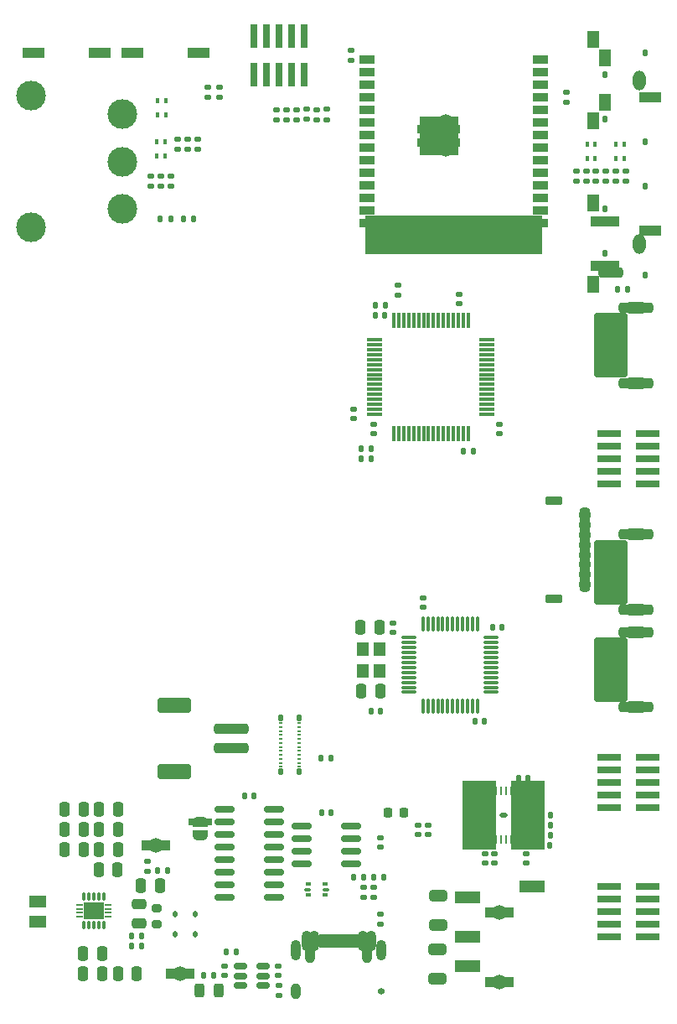
<source format=gbr>
%TF.GenerationSoftware,KiCad,Pcbnew,8.0.9*%
<<<<<<< HEAD
%TF.CreationDate,2025-05-06T07:17:22-07:00*%
=======
%TF.CreationDate,2025-05-02T13:50:10-07:00*%
>>>>>>> main
%TF.ProjectId,EV12 Board Design,45563132-2042-46f6-9172-642044657369,EV12*%
%TF.SameCoordinates,Original*%
%TF.FileFunction,Soldermask,Top*%
%TF.FilePolarity,Negative*%
%FSLAX46Y46*%
G04 Gerber Fmt 4.6, Leading zero omitted, Abs format (unit mm)*
<<<<<<< HEAD
G04 Created by KiCad (PCBNEW 8.0.9) date 2025-05-06 07:17:22*
=======
G04 Created by KiCad (PCBNEW 8.0.9) date 2025-05-02 13:50:10*
>>>>>>> main
%MOMM*%
%LPD*%
G01*
G04 APERTURE LIST*
G04 Aperture macros list*
%AMRoundRect*
0 Rectangle with rounded corners*
0 $1 Rounding radius*
0 $2 $3 $4 $5 $6 $7 $8 $9 X,Y pos of 4 corners*
0 Add a 4 corners polygon primitive as box body*
4,1,4,$2,$3,$4,$5,$6,$7,$8,$9,$2,$3,0*
0 Add four circle primitives for the rounded corners*
1,1,$1+$1,$2,$3*
1,1,$1+$1,$4,$5*
1,1,$1+$1,$6,$7*
1,1,$1+$1,$8,$9*
0 Add four rect primitives between the rounded corners*
20,1,$1+$1,$2,$3,$4,$5,0*
20,1,$1+$1,$4,$5,$6,$7,0*
20,1,$1+$1,$6,$7,$8,$9,0*
20,1,$1+$1,$8,$9,$2,$3,0*%
%AMFreePoly0*
4,1,19,0.500000,-0.750000,0.000000,-0.750000,0.000000,-0.744911,-0.071157,-0.744911,-0.207708,-0.704816,-0.327430,-0.627875,-0.420627,-0.520320,-0.479746,-0.390866,-0.500000,-0.250000,-0.500000,0.250000,-0.479746,0.390866,-0.420627,0.520320,-0.327430,0.627875,-0.207708,0.704816,-0.071157,0.744911,0.000000,0.744911,0.000000,0.750000,0.500000,0.750000,0.500000,-0.750000,0.500000,-0.750000,
$1*%
%AMFreePoly1*
4,1,19,0.000000,0.744911,0.071157,0.744911,0.207708,0.704816,0.327430,0.627875,0.420627,0.520320,0.479746,0.390866,0.500000,0.250000,0.500000,-0.250000,0.479746,-0.390866,0.420627,-0.520320,0.327430,-0.627875,0.207708,-0.704816,0.071157,-0.744911,0.000000,-0.744911,0.000000,-0.750000,-0.500000,-0.750000,-0.500000,0.750000,0.000000,0.750000,0.000000,0.744911,0.000000,0.744911,
$1*%
G04 Aperture macros list end*
<<<<<<< HEAD
%ADD10C,1.500000*%
%ADD11RoundRect,0.250000X0.250000X0.475000X-0.250000X0.475000X-0.250000X-0.475000X0.250000X-0.475000X0*%
%ADD12RoundRect,0.140000X-0.170000X0.140000X-0.170000X-0.140000X0.170000X-0.140000X0.170000X0.140000X0*%
%ADD13RoundRect,0.135000X0.185000X-0.135000X0.185000X0.135000X-0.185000X0.135000X-0.185000X-0.135000X0*%
%ADD14RoundRect,0.250000X-0.475000X0.250000X-0.475000X-0.250000X0.475000X-0.250000X0.475000X0.250000X0*%
%ADD15RoundRect,0.140000X0.170000X-0.140000X0.170000X0.140000X-0.170000X0.140000X-0.170000X-0.140000X0*%
%ADD16RoundRect,0.250000X-0.250000X-0.475000X0.250000X-0.475000X0.250000X0.475000X-0.250000X0.475000X0*%
%ADD17RoundRect,0.135000X0.135000X0.185000X-0.135000X0.185000X-0.135000X-0.185000X0.135000X-0.185000X0*%
%ADD18RoundRect,0.140000X0.140000X0.170000X-0.140000X0.170000X-0.140000X-0.170000X0.140000X-0.170000X0*%
%ADD19RoundRect,0.150000X-0.475000X0.150000X-0.475000X-0.150000X0.475000X-0.150000X0.475000X0.150000X0*%
%ADD20RoundRect,0.225000X-0.625000X0.225000X-0.625000X-0.225000X0.625000X-0.225000X0.625000X0.225000X0*%
%ADD21R,0.400000X0.410000*%
%ADD22R,0.400000X0.200000*%
%ADD23RoundRect,0.075000X0.700000X0.075000X-0.700000X0.075000X-0.700000X-0.075000X0.700000X-0.075000X0*%
%ADD24RoundRect,0.075000X0.075000X0.700000X-0.075000X0.700000X-0.075000X-0.700000X0.075000X-0.700000X0*%
%ADD25R,0.750000X2.400000*%
%ADD26RoundRect,0.250000X-1.500000X0.250000X-1.500000X-0.250000X1.500000X-0.250000X1.500000X0.250000X0*%
%ADD27RoundRect,0.250001X-1.449999X0.499999X-1.449999X-0.499999X1.449999X-0.499999X1.449999X0.499999X0*%
%ADD28RoundRect,0.243750X0.243750X0.456250X-0.243750X0.456250X-0.243750X-0.456250X0.243750X-0.456250X0*%
%ADD29RoundRect,0.150000X-0.625000X0.150000X-0.625000X-0.150000X0.625000X-0.150000X0.625000X0.150000X0*%
%ADD30RoundRect,0.250000X-0.650000X0.350000X-0.650000X-0.350000X0.650000X-0.350000X0.650000X0.350000X0*%
%ADD31RoundRect,0.218750X-0.218750X-0.256250X0.218750X-0.256250X0.218750X0.256250X-0.218750X0.256250X0*%
%ADD32RoundRect,0.150000X-0.512500X-0.150000X0.512500X-0.150000X0.512500X0.150000X-0.512500X0.150000X0*%
%ADD33R,2.400000X0.750000*%
%ADD34RoundRect,0.135000X-0.185000X0.135000X-0.185000X-0.135000X0.185000X-0.135000X0.185000X0.135000X0*%
%ADD35FreePoly0,90.000000*%
%ADD36FreePoly1,90.000000*%
%ADD37RoundRect,0.135000X-0.135000X-0.185000X0.135000X-0.185000X0.135000X0.185000X-0.135000X0.185000X0*%
%ADD38RoundRect,0.140000X-0.140000X-0.170000X0.140000X-0.170000X0.140000X0.170000X-0.140000X0.170000X0*%
%ADD39R,2.160000X1.120000*%
%ADD40R,4.500000X1.400000*%
%ADD41R,1.600000X3.000000*%
%ADD42O,1.400000X3.000000*%
%ADD43R,0.400000X0.600000*%
%ADD44RoundRect,0.250000X0.650000X-0.325000X0.650000X0.325000X-0.650000X0.325000X-0.650000X-0.325000X0*%
%ADD45RoundRect,0.112500X-0.112500X0.187500X-0.112500X-0.187500X0.112500X-0.187500X0.112500X0.187500X0*%
%ADD46RoundRect,0.062500X0.375000X0.062500X-0.375000X0.062500X-0.375000X-0.062500X0.375000X-0.062500X0*%
%ADD47RoundRect,0.062500X0.062500X0.375000X-0.062500X0.375000X-0.062500X-0.375000X0.062500X-0.375000X0*%
%ADD48R,3.450000X3.450000*%
=======
%ADD10R,3.000000X1.000000*%
%ADD11R,1.300000X1.800000*%
%ADD12O,1.300000X2.000000*%
%ADD13C,1.500000*%
%ADD14RoundRect,0.250000X0.250000X0.475000X-0.250000X0.475000X-0.250000X-0.475000X0.250000X-0.475000X0*%
%ADD15RoundRect,0.140000X-0.170000X0.140000X-0.170000X-0.140000X0.170000X-0.140000X0.170000X0.140000X0*%
%ADD16RoundRect,0.135000X0.185000X-0.135000X0.185000X0.135000X-0.185000X0.135000X-0.185000X-0.135000X0*%
%ADD17RoundRect,0.250000X-0.475000X0.250000X-0.475000X-0.250000X0.475000X-0.250000X0.475000X0.250000X0*%
%ADD18RoundRect,0.140000X0.170000X-0.140000X0.170000X0.140000X-0.170000X0.140000X-0.170000X-0.140000X0*%
%ADD19RoundRect,0.250000X-0.250000X-0.475000X0.250000X-0.475000X0.250000X0.475000X-0.250000X0.475000X0*%
%ADD20RoundRect,0.135000X0.135000X0.185000X-0.135000X0.185000X-0.135000X-0.185000X0.135000X-0.185000X0*%
%ADD21RoundRect,0.140000X0.140000X0.170000X-0.140000X0.170000X-0.140000X-0.170000X0.140000X-0.170000X0*%
%ADD22RoundRect,0.225000X-0.625000X0.225000X-0.625000X-0.225000X0.625000X-0.225000X0.625000X0.225000X0*%
%ADD23RoundRect,0.150000X-0.475000X0.150000X-0.475000X-0.150000X0.475000X-0.150000X0.475000X0.150000X0*%
%ADD24R,0.400000X0.410000*%
%ADD25R,0.400000X0.200000*%
%ADD26RoundRect,0.075000X0.700000X0.075000X-0.700000X0.075000X-0.700000X-0.075000X0.700000X-0.075000X0*%
%ADD27RoundRect,0.075000X0.075000X0.700000X-0.075000X0.700000X-0.075000X-0.700000X0.075000X-0.700000X0*%
%ADD28R,0.750000X2.400000*%
%ADD29RoundRect,0.250001X-1.449999X0.499999X-1.449999X-0.499999X1.449999X-0.499999X1.449999X0.499999X0*%
%ADD30RoundRect,0.250000X-1.500000X0.250000X-1.500000X-0.250000X1.500000X-0.250000X1.500000X0.250000X0*%
%ADD31RoundRect,0.243750X0.243750X0.456250X-0.243750X0.456250X-0.243750X-0.456250X0.243750X-0.456250X0*%
%ADD32RoundRect,0.250000X-0.650000X0.350000X-0.650000X-0.350000X0.650000X-0.350000X0.650000X0.350000X0*%
%ADD33RoundRect,0.150000X-0.625000X0.150000X-0.625000X-0.150000X0.625000X-0.150000X0.625000X0.150000X0*%
%ADD34RoundRect,0.218750X-0.218750X-0.256250X0.218750X-0.256250X0.218750X0.256250X-0.218750X0.256250X0*%
%ADD35RoundRect,0.150000X-0.512500X-0.150000X0.512500X-0.150000X0.512500X0.150000X-0.512500X0.150000X0*%
%ADD36R,2.400000X0.750000*%
%ADD37RoundRect,0.135000X-0.185000X0.135000X-0.185000X-0.135000X0.185000X-0.135000X0.185000X0.135000X0*%
%ADD38FreePoly0,90.000000*%
%ADD39FreePoly1,90.000000*%
%ADD40RoundRect,0.135000X-0.135000X-0.185000X0.135000X-0.185000X0.135000X0.185000X-0.135000X0.185000X0*%
%ADD41RoundRect,0.140000X-0.140000X-0.170000X0.140000X-0.170000X0.140000X0.170000X-0.140000X0.170000X0*%
%ADD42R,2.160000X1.120000*%
%ADD43R,0.400000X0.600000*%
%ADD44RoundRect,0.250000X0.650000X-0.325000X0.650000X0.325000X-0.650000X0.325000X-0.650000X-0.325000X0*%
%ADD45RoundRect,0.112500X-0.112500X0.187500X-0.112500X-0.187500X0.112500X-0.187500X0.112500X0.187500X0*%
%ADD46R,3.450000X3.450000*%
%ADD47RoundRect,0.062500X0.062500X0.375000X-0.062500X0.375000X-0.062500X-0.375000X0.062500X-0.375000X0*%
%ADD48RoundRect,0.062500X0.375000X0.062500X-0.375000X0.062500X-0.375000X-0.062500X0.375000X-0.062500X0*%
>>>>>>> main
%ADD49RoundRect,0.150000X-0.825000X-0.150000X0.825000X-0.150000X0.825000X0.150000X-0.825000X0.150000X0*%
%ADD50C,3.000000*%
%ADD51R,2.500000X1.200000*%
%ADD52R,1.800000X1.200000*%
<<<<<<< HEAD
%ADD53R,1.500000X0.900000*%
%ADD54R,0.900000X1.500000*%
%ADD55C,0.600000*%
%ADD56R,3.900000X3.900000*%
%ADD57RoundRect,0.200000X-0.275000X0.200000X-0.275000X-0.200000X0.275000X-0.200000X0.275000X0.200000X0*%
%ADD58C,0.650000*%
%ADD59R,0.600000X1.450000*%
%ADD60R,0.300000X1.450000*%
%ADD61O,1.000000X2.100000*%
%ADD62O,1.000000X1.600000*%
=======
%ADD53C,0.600000*%
%ADD54R,3.900000X3.900000*%
%ADD55R,1.500000X0.900000*%
%ADD56R,0.900000X1.500000*%
%ADD57RoundRect,0.200000X-0.275000X0.200000X-0.275000X-0.200000X0.275000X-0.200000X0.275000X0.200000X0*%
%ADD58O,1.000000X1.600000*%
%ADD59O,1.000000X2.100000*%
%ADD60R,0.600000X1.450000*%
%ADD61R,0.300000X1.450000*%
%ADD62C,0.650000*%
>>>>>>> main
%ADD63RoundRect,0.075000X-0.662500X-0.075000X0.662500X-0.075000X0.662500X0.075000X-0.662500X0.075000X0*%
%ADD64RoundRect,0.075000X-0.075000X-0.662500X0.075000X-0.662500X0.075000X0.662500X-0.075000X0.662500X0*%
%ADD65RoundRect,0.093750X-0.156250X-0.093750X0.156250X-0.093750X0.156250X0.093750X-0.156250X0.093750X0*%
%ADD66RoundRect,0.075000X-0.250000X-0.075000X0.250000X-0.075000X0.250000X0.075000X-0.250000X0.075000X0*%
%ADD67R,0.280000X0.280000*%
%ADD68O,0.280000X0.850000*%
%ADD69R,0.600000X0.230000*%
%ADD70R,0.700000X0.250000*%
%ADD71R,0.900000X0.650000*%
%ADD72R,2.150000X1.700000*%
%ADD73R,1.200000X1.400000*%
G04 APERTURE END LIST*
D10*
<<<<<<< HEAD
%TO.C,TP1*%
X128510000Y-129290000D03*
%TD*%
D11*
=======
%TO.C,SW2*%
X173910000Y-54340000D03*
X173910000Y-49840000D03*
D11*
X172760000Y-56190000D03*
D12*
X177360000Y-52090000D03*
D11*
X172760000Y-47990000D03*
%TD*%
D10*
%TO.C,SW1*%
X173910000Y-70840000D03*
X173910000Y-66340000D03*
D11*
X172760000Y-72690000D03*
D12*
X177360000Y-68590000D03*
D11*
X172760000Y-64490000D03*
%TD*%
D13*
%TO.C,TP1*%
X128510000Y-129290000D03*
%TD*%
D14*
>>>>>>> main
%TO.C,C45*%
X121230000Y-125690000D03*
X119330000Y-125690000D03*
%TD*%
<<<<<<< HEAD
D12*
=======
D15*
>>>>>>> main
%TO.C,C13*%
X150510000Y-86790000D03*
X150510000Y-87750000D03*
%TD*%
<<<<<<< HEAD
D13*
=======
D16*
>>>>>>> main
%TO.C,R40*%
X141760000Y-56060000D03*
X141760000Y-55040000D03*
%TD*%
<<<<<<< HEAD
D12*
=======
D15*
>>>>>>> main
%TO.C,C1*%
X151260000Y-136310000D03*
X151260000Y-137270000D03*
%TD*%
<<<<<<< HEAD
D14*
=======
D17*
>>>>>>> main
%TO.C,C40*%
X126810000Y-135260000D03*
X126810000Y-137160000D03*
%TD*%
<<<<<<< HEAD
D13*
=======
D16*
>>>>>>> main
%TO.C,R41*%
X142760000Y-56060000D03*
X142760000Y-55040000D03*
%TD*%
<<<<<<< HEAD
D15*
=======
D18*
>>>>>>> main
%TO.C,C19*%
X148510000Y-86270000D03*
X148510000Y-85310000D03*
%TD*%
<<<<<<< HEAD
D16*
=======
D19*
>>>>>>> main
%TO.C,C39*%
X124680000Y-142280000D03*
X126580000Y-142280000D03*
%TD*%
<<<<<<< HEAD
D13*
=======
D16*
>>>>>>> main
%TO.C,R37*%
X144760000Y-56060000D03*
X144760000Y-55040000D03*
%TD*%
<<<<<<< HEAD
D17*
=======
D20*
>>>>>>> main
%TO.C,R1*%
X127100000Y-139480000D03*
X126080000Y-139480000D03*
%TD*%
<<<<<<< HEAD
D11*
=======
D14*
>>>>>>> main
%TO.C,C38*%
X123070000Y-142290000D03*
X121170000Y-142290000D03*
%TD*%
<<<<<<< HEAD
D17*
=======
D20*
>>>>>>> main
%TO.C,R20*%
X129730000Y-131880000D03*
X128710000Y-131880000D03*
%TD*%
<<<<<<< HEAD
D16*
=======
D19*
>>>>>>> main
%TO.C,C42*%
X122750000Y-131780000D03*
X124650000Y-131780000D03*
%TD*%
<<<<<<< HEAD
D18*
=======
D21*
>>>>>>> main
%TO.C,C14*%
X151712428Y-74800773D03*
X150752428Y-74800773D03*
%TD*%
<<<<<<< HEAD
D11*
=======
D14*
>>>>>>> main
%TO.C,C4*%
X151095000Y-107327500D03*
X149195000Y-107327500D03*
%TD*%
<<<<<<< HEAD
D12*
=======
D15*
>>>>>>> main
%TO.C,C3*%
X161760000Y-130160000D03*
X161760000Y-131120000D03*
%TD*%
<<<<<<< HEAD
D13*
=======
D16*
>>>>>>> main
%TO.C,R5*%
X153010000Y-73790000D03*
X153010000Y-72770000D03*
%TD*%
%TO.C,R10*%
X134976205Y-53822585D03*
X134976205Y-52802585D03*
%TD*%
<<<<<<< HEAD
D17*
=======
D20*
>>>>>>> main
%TO.C,R35*%
X132307668Y-66040000D03*
X131287668Y-66040000D03*
%TD*%
<<<<<<< HEAD
D10*
%TO.C,TP2*%
X131010000Y-142290000D03*
%TD*%
D19*
%TO.C,J10*%
X171885000Y-95990000D03*
X171885000Y-96990000D03*
X171885000Y-97990000D03*
X171885000Y-98990000D03*
X171885000Y-99990000D03*
X171885000Y-100990000D03*
X171885000Y-101990000D03*
X171885000Y-102990000D03*
D20*
X168760000Y-94540000D03*
X168760000Y-104440000D03*
%TD*%
D21*
%TO.C,U13*%
X141130000Y-121895000D03*
D22*
=======
D13*
%TO.C,TP2*%
X131010000Y-142290000D03*
%TD*%
D22*
%TO.C,J10*%
X168760000Y-104440000D03*
X168760000Y-94540000D03*
D23*
X171885000Y-102990000D03*
X171885000Y-101990000D03*
X171885000Y-100990000D03*
X171885000Y-99990000D03*
X171885000Y-98990000D03*
X171885000Y-97990000D03*
X171885000Y-96990000D03*
X171885000Y-95990000D03*
%TD*%
D24*
%TO.C,U13*%
X141130000Y-121895000D03*
D25*
>>>>>>> main
X141130000Y-121390000D03*
X141130000Y-120990000D03*
X141130000Y-120587924D03*
X141130000Y-120190000D03*
X141130000Y-119790000D03*
X141130000Y-119390000D03*
X141130000Y-118990000D03*
X141130000Y-118590000D03*
X141130000Y-118190000D03*
X141130000Y-117790000D03*
X141130000Y-117390000D03*
X141130000Y-116990000D03*
<<<<<<< HEAD
D21*
X141130000Y-116485000D03*
X143010000Y-116485000D03*
D22*
=======
D24*
X141130000Y-116485000D03*
X143010000Y-116485000D03*
D25*
>>>>>>> main
X143010000Y-116990000D03*
X143010000Y-117390000D03*
X143010000Y-117790000D03*
X143010000Y-118190000D03*
X143010000Y-118590000D03*
X143010000Y-118990000D03*
X143010000Y-119390000D03*
X143010000Y-119790000D03*
X143010000Y-120190000D03*
X143010000Y-120587924D03*
X143010000Y-120990000D03*
X143010000Y-121390000D03*
<<<<<<< HEAD
D21*
X143010000Y-121895000D03*
%TD*%
D23*
=======
D24*
X143010000Y-121895000D03*
%TD*%
D26*
>>>>>>> main
%TO.C,U1*%
X162010000Y-85790000D03*
X162010000Y-85290000D03*
X162010000Y-84790000D03*
X162010000Y-84290000D03*
X162010000Y-83790000D03*
X162010000Y-83290000D03*
X162010000Y-82790000D03*
X162010000Y-82290000D03*
X162010000Y-81790000D03*
X162010000Y-81290000D03*
X162010000Y-80790000D03*
X162010000Y-80290000D03*
X162010000Y-79790000D03*
X162010000Y-79290000D03*
X162010000Y-78790000D03*
X162010000Y-78290000D03*
<<<<<<< HEAD
D24*
=======
D27*
>>>>>>> main
X160085000Y-76365000D03*
X159585000Y-76365000D03*
X159085000Y-76365000D03*
X158585000Y-76365000D03*
X158085000Y-76365000D03*
X157585000Y-76365000D03*
X157085000Y-76365000D03*
X156585000Y-76365000D03*
X156085000Y-76365000D03*
X155585000Y-76365000D03*
X155085000Y-76365000D03*
X154585000Y-76365000D03*
X154085000Y-76365000D03*
X153585000Y-76365000D03*
X153085000Y-76365000D03*
X152585000Y-76365000D03*
<<<<<<< HEAD
D23*
=======
D26*
>>>>>>> main
X150660000Y-78290000D03*
X150660000Y-78790000D03*
X150660000Y-79290000D03*
X150660000Y-79790000D03*
X150660000Y-80290000D03*
X150660000Y-80790000D03*
X150660000Y-81290000D03*
X150660000Y-81790000D03*
X150660000Y-82290000D03*
X150660000Y-82790000D03*
X150660000Y-83290000D03*
X150660000Y-83790000D03*
X150660000Y-84290000D03*
X150660000Y-84790000D03*
X150660000Y-85290000D03*
X150660000Y-85790000D03*
<<<<<<< HEAD
D24*
=======
D27*
>>>>>>> main
X152585000Y-87715000D03*
X153085000Y-87715000D03*
X153585000Y-87715000D03*
X154085000Y-87715000D03*
X154585000Y-87715000D03*
X155085000Y-87715000D03*
X155585000Y-87715000D03*
X156085000Y-87715000D03*
X156585000Y-87715000D03*
X157085000Y-87715000D03*
X157585000Y-87715000D03*
X158085000Y-87715000D03*
X158585000Y-87715000D03*
X159085000Y-87715000D03*
X159585000Y-87715000D03*
X160085000Y-87715000D03*
%TD*%
<<<<<<< HEAD
D17*
=======
D20*
>>>>>>> main
%TO.C,R33*%
X151520000Y-132540000D03*
X150500000Y-132540000D03*
%TD*%
<<<<<<< HEAD
D25*
=======
D28*
>>>>>>> main
%TO.C,CN7*%
X138470000Y-51490000D03*
X138470000Y-47590000D03*
X139740000Y-51490000D03*
X139740000Y-47590000D03*
X141010000Y-51490000D03*
X141010000Y-47590000D03*
X142280000Y-51490000D03*
X142280000Y-47590000D03*
X143550000Y-51490000D03*
X143550000Y-47590000D03*
%TD*%
<<<<<<< HEAD
D12*
=======
D15*
>>>>>>> main
%TO.C,C16*%
X167510000Y-123080000D03*
X167510000Y-124040000D03*
%TD*%
<<<<<<< HEAD
D26*
%TO.C,J1*%
X136110000Y-117540000D03*
X136110000Y-119540000D03*
D27*
X130360000Y-115190000D03*
X130360000Y-121890000D03*
%TD*%
D28*
=======
D29*
%TO.C,J1*%
X130360000Y-121890000D03*
X130360000Y-115190000D03*
D30*
X136110000Y-119540000D03*
X136110000Y-117540000D03*
%TD*%
D31*
>>>>>>> main
%TO.C,D1*%
X134846401Y-143951263D03*
X132971401Y-143951263D03*
%TD*%
<<<<<<< HEAD
D16*
=======
D19*
>>>>>>> main
%TO.C,C48*%
X122790000Y-127710000D03*
X124690000Y-127710000D03*
%TD*%
<<<<<<< HEAD
D29*
%TO.C,CN3*%
X174485000Y-109090000D03*
X174485000Y-110090000D03*
X174485000Y-111090000D03*
X174485000Y-112090000D03*
X174485000Y-113090000D03*
X174485000Y-114090000D03*
D30*
X177010000Y-107790000D03*
X177010000Y-115390000D03*
%TD*%
D31*
=======
D32*
%TO.C,CN3*%
X177010000Y-115390000D03*
X177010000Y-107790000D03*
D33*
X174485000Y-114090000D03*
X174485000Y-113090000D03*
X174485000Y-112090000D03*
X174485000Y-111090000D03*
X174485000Y-110090000D03*
X174485000Y-109090000D03*
%TD*%
D34*
>>>>>>> main
%TO.C,L2*%
X152010000Y-126040000D03*
X153585000Y-126040000D03*
%TD*%
<<<<<<< HEAD
D32*
=======
D35*
>>>>>>> main
%TO.C,U2*%
X137078901Y-141551263D03*
X137078901Y-142501263D03*
X137078901Y-143451263D03*
X139353901Y-143451263D03*
X139353901Y-142501263D03*
X139353901Y-141551263D03*
%TD*%
<<<<<<< HEAD
D17*
=======
D20*
>>>>>>> main
%TO.C,R22*%
X136638744Y-140052812D03*
X135618744Y-140052812D03*
%TD*%
<<<<<<< HEAD
D12*
=======
D15*
>>>>>>> main
%TO.C,C56*%
X163260000Y-86830000D03*
X163260000Y-87790000D03*
%TD*%
<<<<<<< HEAD
D13*
=======
D16*
>>>>>>> main
%TO.C,R17*%
X172010000Y-62300000D03*
X172010000Y-61280000D03*
%TD*%
<<<<<<< HEAD
D33*
=======
D36*
>>>>>>> main
%TO.C,CN6*%
X178260000Y-125540000D03*
X174360000Y-125540000D03*
X178260000Y-124270000D03*
X174360000Y-124270000D03*
X178260000Y-123000000D03*
X174360000Y-123000000D03*
X178260000Y-121730000D03*
X174360000Y-121730000D03*
X178260000Y-120460000D03*
X174360000Y-120460000D03*
%TD*%
<<<<<<< HEAD
D34*
=======
D37*
>>>>>>> main
%TO.C,R13*%
X132757326Y-58013156D03*
X132757326Y-59033156D03*
%TD*%
<<<<<<< HEAD
D13*
=======
D16*
>>>>>>> main
%TO.C,R19*%
X127683690Y-131929153D03*
X127683690Y-130909153D03*
%TD*%
<<<<<<< HEAD
D12*
=======
D15*
>>>>>>> main
%TO.C,C21*%
X140923996Y-141497327D03*
X140923996Y-142457327D03*
%TD*%
<<<<<<< HEAD
D17*
=======
D20*
>>>>>>> main
%TO.C,R30*%
X146260000Y-120540000D03*
X145240000Y-120540000D03*
%TD*%
<<<<<<< HEAD
D34*
=======
D37*
>>>>>>> main
%TO.C,R4*%
X148260000Y-49030000D03*
X148260000Y-50050000D03*
%TD*%
<<<<<<< HEAD
D13*
=======
D16*
>>>>>>> main
%TO.C,R39*%
X140760000Y-56060000D03*
X140760000Y-55040000D03*
%TD*%
<<<<<<< HEAD
D33*
=======
D36*
>>>>>>> main
%TO.C,CN5*%
X178260000Y-138580000D03*
X174360000Y-138580000D03*
X178260000Y-137310000D03*
X174360000Y-137310000D03*
X178260000Y-136040000D03*
X174360000Y-136040000D03*
X178260000Y-134770000D03*
X174360000Y-134770000D03*
X178260000Y-133500000D03*
X174360000Y-133500000D03*
%TD*%
<<<<<<< HEAD
D35*
%TO.C,JP3*%
X133010000Y-128290000D03*
D36*
X133010000Y-126990000D03*
%TD*%
D37*
=======
D38*
%TO.C,JP3*%
X133010000Y-128290000D03*
D39*
X133010000Y-126990000D03*
%TD*%
D40*
>>>>>>> main
%TO.C,R31*%
X148490000Y-132540000D03*
X149510000Y-132540000D03*
%TD*%
<<<<<<< HEAD
D12*
=======
D15*
>>>>>>> main
%TO.C,C8*%
X156010000Y-127290000D03*
X156010000Y-128250000D03*
%TD*%
<<<<<<< HEAD
D16*
=======
D19*
>>>>>>> main
%TO.C,C46*%
X122780000Y-125680000D03*
X124680000Y-125680000D03*
%TD*%
<<<<<<< HEAD
D17*
=======
D20*
>>>>>>> main
%TO.C,R27*%
X134353901Y-142464222D03*
X133333901Y-142464222D03*
%TD*%
<<<<<<< HEAD
D34*
=======
D37*
>>>>>>> main
%TO.C,R12*%
X128013933Y-61769493D03*
X128013933Y-62789493D03*
%TD*%
%TO.C,R11*%
X129010000Y-61770000D03*
X129010000Y-62790000D03*
%TD*%
<<<<<<< HEAD
D38*
=======
D41*
>>>>>>> main
%TO.C,C17*%
X150708244Y-75798099D03*
X151668244Y-75798099D03*
%TD*%
<<<<<<< HEAD
D39*
=======
D42*
>>>>>>> main
%TO.C,SW5*%
X126145000Y-49290000D03*
X132875000Y-49290000D03*
%TD*%
<<<<<<< HEAD
D40*
%TO.C,SW3*%
X173930000Y-56030000D03*
X173930000Y-51530000D03*
D41*
X178010000Y-49290000D03*
X178010000Y-58290000D03*
D42*
X178510000Y-53780000D03*
%TD*%
D34*
=======
D37*
>>>>>>> main
%TO.C,R6*%
X130010891Y-61765114D03*
X130010891Y-62785114D03*
%TD*%
D43*
%TO.C,D5*%
X172130133Y-59948014D03*
X172130133Y-58548014D03*
X172930133Y-58548014D03*
X172930133Y-59948014D03*
%TD*%
<<<<<<< HEAD
D13*
=======
D16*
>>>>>>> main
%TO.C,R29*%
X170010000Y-54290000D03*
X170010000Y-53270000D03*
%TD*%
%TO.C,R16*%
X173010000Y-62290000D03*
X173010000Y-61270000D03*
%TD*%
D44*
%TO.C,C29*%
X157010000Y-142765000D03*
X157010000Y-139815000D03*
%TD*%
<<<<<<< HEAD
D37*
=======
D40*
>>>>>>> main
%TO.C,R21*%
X126070000Y-138490000D03*
X127090000Y-138490000D03*
%TD*%
D45*
%TO.C,D2*%
X130510000Y-136240000D03*
X130510000Y-138340000D03*
%TD*%
<<<<<<< HEAD
D12*
=======
D15*
>>>>>>> main
%TO.C,C10*%
X151260000Y-128540000D03*
X151260000Y-129500000D03*
%TD*%
<<<<<<< HEAD
D13*
=======
D16*
>>>>>>> main
%TO.C,R25*%
X175010000Y-62290000D03*
X175010000Y-61270000D03*
%TD*%
%TO.C,R38*%
X145760000Y-56050000D03*
X145760000Y-55030000D03*
%TD*%
<<<<<<< HEAD
D15*
=======
D18*
>>>>>>> main
%TO.C,C36*%
X133760000Y-53770000D03*
X133760000Y-52810000D03*
%TD*%
<<<<<<< HEAD
D38*
=======
D41*
>>>>>>> main
%TO.C,C20*%
X145280000Y-126040000D03*
X146240000Y-126040000D03*
%TD*%
<<<<<<< HEAD
D18*
=======
D21*
>>>>>>> main
%TO.C,C35*%
X151260000Y-115790000D03*
X150300000Y-115790000D03*
%TD*%
%TO.C,C12*%
X160596702Y-89573525D03*
X159636702Y-89573525D03*
%TD*%
<<<<<<< HEAD
D13*
=======
D16*
>>>>>>> main
%TO.C,R18*%
X171010000Y-62290000D03*
X171010000Y-61270000D03*
%TD*%
<<<<<<< HEAD
D38*
=======
D41*
>>>>>>> main
%TO.C,C25*%
X160744411Y-116836126D03*
X161704411Y-116836126D03*
%TD*%
<<<<<<< HEAD
D37*
=======
D40*
>>>>>>> main
%TO.C,R32*%
X153990000Y-69290000D03*
X155010000Y-69290000D03*
%TD*%
D43*
%TO.C,D4*%
X128710000Y-55540000D03*
X128710000Y-54140000D03*
X129510000Y-54140000D03*
X129510000Y-55540000D03*
%TD*%
<<<<<<< HEAD
D18*
=======
D21*
>>>>>>> main
%TO.C,C15*%
X166107500Y-122540000D03*
X165147500Y-122540000D03*
%TD*%
<<<<<<< HEAD
D33*
=======
D36*
>>>>>>> main
%TO.C,CN2*%
X178260000Y-92870000D03*
X174360000Y-92870000D03*
X178260000Y-91600000D03*
X174360000Y-91600000D03*
X178260000Y-90330000D03*
X174360000Y-90330000D03*
X178260000Y-89060000D03*
X174360000Y-89060000D03*
X178260000Y-87790000D03*
X174360000Y-87790000D03*
%TD*%
<<<<<<< HEAD
D34*
=======
D37*
>>>>>>> main
%TO.C,R15*%
X130765095Y-58021837D03*
X130765095Y-59041837D03*
%TD*%
D46*
%TO.C,U6*%
<<<<<<< HEAD
X166085000Y-128040000D03*
X166085000Y-127540000D03*
X166085000Y-127040000D03*
X166085000Y-126540000D03*
X166085000Y-126040000D03*
X166085000Y-125540000D03*
X166085000Y-125040000D03*
X166085000Y-124540000D03*
D47*
X165397500Y-123852500D03*
X164897500Y-123852500D03*
X164397500Y-123852500D03*
X163897500Y-123852500D03*
X163397500Y-123852500D03*
X162897500Y-123852500D03*
X162397500Y-123852500D03*
X161897500Y-123852500D03*
D46*
X161210000Y-124540000D03*
X161210000Y-125040000D03*
X161210000Y-125540000D03*
X161210000Y-126040000D03*
X161210000Y-126540000D03*
X161210000Y-127040000D03*
X161210000Y-127540000D03*
X161210000Y-128040000D03*
D47*
X161897500Y-128727500D03*
X162397500Y-128727500D03*
X162897500Y-128727500D03*
X163397500Y-128727500D03*
X163897500Y-128727500D03*
X164397500Y-128727500D03*
X164897500Y-128727500D03*
X165397500Y-128727500D03*
D48*
X163647500Y-126290000D03*
%TD*%
D16*
=======
X163647500Y-126290000D03*
D47*
X165397500Y-128727500D03*
X164897500Y-128727500D03*
X164397500Y-128727500D03*
X163897500Y-128727500D03*
X163397500Y-128727500D03*
X162897500Y-128727500D03*
X162397500Y-128727500D03*
X161897500Y-128727500D03*
D48*
X161210000Y-128040000D03*
X161210000Y-127540000D03*
X161210000Y-127040000D03*
X161210000Y-126540000D03*
X161210000Y-126040000D03*
X161210000Y-125540000D03*
X161210000Y-125040000D03*
X161210000Y-124540000D03*
D47*
X161897500Y-123852500D03*
X162397500Y-123852500D03*
X162897500Y-123852500D03*
X163397500Y-123852500D03*
X163897500Y-123852500D03*
X164397500Y-123852500D03*
X164897500Y-123852500D03*
X165397500Y-123852500D03*
D48*
X166085000Y-124540000D03*
X166085000Y-125040000D03*
X166085000Y-125540000D03*
X166085000Y-126040000D03*
X166085000Y-126540000D03*
X166085000Y-127040000D03*
X166085000Y-127540000D03*
X166085000Y-128040000D03*
%TD*%
D19*
>>>>>>> main
%TO.C,C23*%
X149310000Y-113777500D03*
X151210000Y-113777500D03*
%TD*%
<<<<<<< HEAD
D17*
=======
D20*
>>>>>>> main
%TO.C,R9*%
X168407500Y-128290000D03*
X167387500Y-128290000D03*
%TD*%
<<<<<<< HEAD
D34*
=======
D37*
>>>>>>> main
%TO.C,R14*%
X131760000Y-58020000D03*
X131760000Y-59040000D03*
%TD*%
D44*
%TO.C,C30*%
X157024831Y-137397413D03*
X157024831Y-134447413D03*
%TD*%
<<<<<<< HEAD
D39*
=======
D42*
>>>>>>> main
%TO.C,SW4*%
X116145000Y-49290000D03*
X122875000Y-49290000D03*
%TD*%
<<<<<<< HEAD
D17*
%TO.C,R28*%
X175010000Y-71540000D03*
X173990000Y-71540000D03*
=======
D20*
%TO.C,R28*%
X176210000Y-73190000D03*
X175190000Y-73190000D03*
>>>>>>> main
%TD*%
D45*
%TO.C,D6*%
X132510000Y-136240000D03*
X132510000Y-138340000D03*
%TD*%
D49*
%TO.C,U3*%
X135510000Y-125710000D03*
X135510000Y-126980000D03*
X135510000Y-128250000D03*
X135510000Y-129520000D03*
X135510000Y-130790000D03*
X135510000Y-132060000D03*
X135510000Y-133330000D03*
X135510000Y-134600000D03*
X140460000Y-134600000D03*
X140460000Y-133330000D03*
X140460000Y-132060000D03*
X140460000Y-130790000D03*
X140460000Y-129520000D03*
X140460000Y-128250000D03*
X140460000Y-126980000D03*
X140460000Y-125710000D03*
%TD*%
<<<<<<< HEAD
D13*
=======
D16*
>>>>>>> main
%TO.C,R23*%
X176010000Y-62290000D03*
X176010000Y-61270000D03*
%TD*%
%TO.C,R3*%
X149510000Y-134550000D03*
X149510000Y-133530000D03*
%TD*%
<<<<<<< HEAD
D29*
%TO.C,J3*%
X174485000Y-76340000D03*
X174485000Y-77340000D03*
X174485000Y-78340000D03*
X174485000Y-79340000D03*
X174485000Y-80340000D03*
X174485000Y-81340000D03*
D30*
X177010000Y-75040000D03*
X177010000Y-82640000D03*
%TD*%
D38*
=======
D32*
%TO.C,J3*%
X177010000Y-82640000D03*
X177010000Y-75040000D03*
D33*
X174485000Y-81340000D03*
X174485000Y-80340000D03*
X174485000Y-79340000D03*
X174485000Y-78340000D03*
X174485000Y-77340000D03*
X174485000Y-76340000D03*
%TD*%
D41*
>>>>>>> main
%TO.C,C34*%
X162545000Y-107320000D03*
X163505000Y-107320000D03*
%TD*%
D50*
%TO.C,SW6*%
<<<<<<< HEAD
X125110000Y-65090000D03*
X125110000Y-60290000D03*
X125110000Y-55490000D03*
X115910000Y-53640000D03*
X115910000Y-66940000D03*
%TD*%
D29*
%TO.C,CN4*%
X174485000Y-99240000D03*
X174485000Y-100240000D03*
X174485000Y-101240000D03*
X174485000Y-102240000D03*
X174485000Y-103240000D03*
X174485000Y-104240000D03*
D30*
X177010000Y-97940000D03*
X177010000Y-105540000D03*
%TD*%
D10*
%TO.C,J2*%
X163260000Y-143140000D03*
X163260000Y-136140000D03*
D51*
X160010000Y-138540000D03*
X160010000Y-141540000D03*
X166510000Y-133440000D03*
X160010000Y-134540000D03*
=======
X115910000Y-66940000D03*
X115910000Y-53640000D03*
X125110000Y-55490000D03*
X125110000Y-60290000D03*
X125110000Y-65090000D03*
%TD*%
D32*
%TO.C,CN4*%
X177010000Y-105540000D03*
X177010000Y-97940000D03*
D33*
X174485000Y-104240000D03*
X174485000Y-103240000D03*
X174485000Y-102240000D03*
X174485000Y-101240000D03*
X174485000Y-100240000D03*
X174485000Y-99240000D03*
%TD*%
D51*
%TO.C,J2*%
X160010000Y-134540000D03*
X166510000Y-133440000D03*
X160010000Y-141540000D03*
X160010000Y-138540000D03*
D13*
X163260000Y-136140000D03*
X163260000Y-143140000D03*
>>>>>>> main
%TD*%
D52*
%TO.C,L1*%
X116575327Y-137000688D03*
X116575327Y-135000688D03*
%TD*%
<<<<<<< HEAD
D13*
=======
D16*
>>>>>>> main
%TO.C,R36*%
X143760000Y-56040000D03*
X143760000Y-55020000D03*
%TD*%
D43*
%TO.C,D7*%
X175041816Y-59984632D03*
X175041816Y-58584632D03*
X175841816Y-58584632D03*
X175841816Y-59984632D03*
%TD*%
<<<<<<< HEAD
D38*
=======
D41*
>>>>>>> main
%TO.C,C18*%
X167417500Y-127290000D03*
X168377500Y-127290000D03*
%TD*%
<<<<<<< HEAD
D37*
=======
D40*
>>>>>>> main
%TO.C,R8*%
X149240000Y-90290000D03*
X150260000Y-90290000D03*
%TD*%
D43*
%TO.C,D3*%
X128653691Y-59703820D03*
X128653691Y-58303820D03*
X129453691Y-58303820D03*
X129453691Y-59703820D03*
%TD*%
<<<<<<< HEAD
D15*
=======
D18*
>>>>>>> main
%TO.C,C2*%
X135471401Y-142451263D03*
X135471401Y-141491263D03*
%TD*%
%TO.C,C6*%
X160010000Y-127000000D03*
X160010000Y-126040000D03*
%TD*%
<<<<<<< HEAD
D17*
=======
D20*
>>>>>>> main
%TO.C,R34*%
X130010000Y-66040000D03*
X128990000Y-66040000D03*
%TD*%
<<<<<<< HEAD
D37*
=======
D40*
>>>>>>> main
%TO.C,R7*%
X149240000Y-89290000D03*
X150260000Y-89290000D03*
%TD*%
<<<<<<< HEAD
D16*
=======
D19*
>>>>>>> main
%TO.C,C41*%
X127040000Y-133430000D03*
X128940000Y-133430000D03*
%TD*%
D53*
%TO.C,U11*%
<<<<<<< HEAD
X149860000Y-49970000D03*
X149860000Y-51240000D03*
X149860000Y-52510000D03*
X149860000Y-53780000D03*
X149860000Y-55050000D03*
X149860000Y-56320000D03*
X149860000Y-57590000D03*
X149860000Y-58860000D03*
X149860000Y-60130000D03*
X149860000Y-61400000D03*
X149860000Y-62670000D03*
X149860000Y-63940000D03*
X149860000Y-65210000D03*
X149860000Y-66480000D03*
D54*
X151625000Y-67730000D03*
X152895000Y-67730000D03*
X154165000Y-67730000D03*
X155435000Y-67730000D03*
X156705000Y-67730000D03*
X157975000Y-67730000D03*
X159245000Y-67730000D03*
X160515000Y-67730000D03*
X161785000Y-67730000D03*
X163055000Y-67730000D03*
X164325000Y-67730000D03*
X165595000Y-67730000D03*
D53*
X167360000Y-66480000D03*
X167360000Y-65210000D03*
X167360000Y-63940000D03*
X167360000Y-62670000D03*
X167360000Y-61400000D03*
X167360000Y-60130000D03*
X167360000Y-58860000D03*
X167360000Y-57590000D03*
X167360000Y-56320000D03*
X167360000Y-55050000D03*
X167360000Y-53780000D03*
X167360000Y-52510000D03*
X167360000Y-51240000D03*
X167360000Y-49970000D03*
D55*
X155710000Y-56990000D03*
X155710000Y-58390000D03*
X156410000Y-56290000D03*
X156410000Y-57690000D03*
X156410000Y-59090000D03*
X157110000Y-56990000D03*
D56*
X157110000Y-57690000D03*
D55*
X157110000Y-58390000D03*
X157810000Y-56290000D03*
X157810000Y-57690000D03*
X157810000Y-59090000D03*
X158510000Y-56990000D03*
X158510000Y-58390000D03*
%TD*%
D13*
=======
X158510000Y-58390000D03*
X158510000Y-56990000D03*
X157810000Y-59090000D03*
X157810000Y-57690000D03*
X157810000Y-56290000D03*
X157110000Y-58390000D03*
D54*
X157110000Y-57690000D03*
D53*
X157110000Y-56990000D03*
X156410000Y-59090000D03*
X156410000Y-57690000D03*
X156410000Y-56290000D03*
X155710000Y-58390000D03*
X155710000Y-56990000D03*
D55*
X167360000Y-49970000D03*
X167360000Y-51240000D03*
X167360000Y-52510000D03*
X167360000Y-53780000D03*
X167360000Y-55050000D03*
X167360000Y-56320000D03*
X167360000Y-57590000D03*
X167360000Y-58860000D03*
X167360000Y-60130000D03*
X167360000Y-61400000D03*
X167360000Y-62670000D03*
X167360000Y-63940000D03*
X167360000Y-65210000D03*
X167360000Y-66480000D03*
D56*
X165595000Y-67730000D03*
X164325000Y-67730000D03*
X163055000Y-67730000D03*
X161785000Y-67730000D03*
X160515000Y-67730000D03*
X159245000Y-67730000D03*
X157975000Y-67730000D03*
X156705000Y-67730000D03*
X155435000Y-67730000D03*
X154165000Y-67730000D03*
X152895000Y-67730000D03*
X151625000Y-67730000D03*
D55*
X149860000Y-66480000D03*
X149860000Y-65210000D03*
X149860000Y-63940000D03*
X149860000Y-62670000D03*
X149860000Y-61400000D03*
X149860000Y-60130000D03*
X149860000Y-58860000D03*
X149860000Y-57590000D03*
X149860000Y-56320000D03*
X149860000Y-55050000D03*
X149860000Y-53780000D03*
X149860000Y-52510000D03*
X149860000Y-51240000D03*
X149860000Y-49970000D03*
%TD*%
D16*
>>>>>>> main
%TO.C,R26*%
X140971401Y-144451263D03*
X140971401Y-143431263D03*
%TD*%
<<<<<<< HEAD
D15*
=======
D18*
>>>>>>> main
%TO.C,C7*%
X165950000Y-131120000D03*
X165950000Y-130160000D03*
%TD*%
<<<<<<< HEAD
D18*
=======
D21*
>>>>>>> main
%TO.C,C32*%
X138470000Y-124290000D03*
X137510000Y-124290000D03*
%TD*%
<<<<<<< HEAD
D12*
=======
D15*
>>>>>>> main
%TO.C,C31*%
X162760000Y-130160000D03*
X162760000Y-131120000D03*
%TD*%
<<<<<<< HEAD
D11*
=======
D14*
>>>>>>> main
%TO.C,C43*%
X121210000Y-129750000D03*
X119310000Y-129750000D03*
%TD*%
<<<<<<< HEAD
D12*
=======
D15*
>>>>>>> main
%TO.C,C9*%
X155010000Y-127290000D03*
X155010000Y-128250000D03*
%TD*%
%TO.C,C24*%
X152514750Y-106878126D03*
X152514750Y-107838126D03*
%TD*%
D57*
%TO.C,R42*%
X128606346Y-135640000D03*
X128606346Y-137290000D03*
%TD*%
<<<<<<< HEAD
D38*
=======
D41*
>>>>>>> main
%TO.C,C5*%
X167437500Y-126290000D03*
X168397500Y-126290000D03*
%TD*%
D58*
%TO.C,J9*%
<<<<<<< HEAD
X144110000Y-140446000D03*
X149890000Y-140446000D03*
D59*
X143750000Y-139001000D03*
X144550000Y-139001000D03*
D60*
X145750000Y-139001000D03*
X146750000Y-139001000D03*
X147250000Y-139001000D03*
X148250000Y-139001000D03*
D59*
X149450000Y-139001000D03*
X150250000Y-139001000D03*
X150250000Y-139001000D03*
X149450000Y-139001000D03*
D60*
X148750000Y-139001000D03*
X147750000Y-139001000D03*
X146250000Y-139001000D03*
X145250000Y-139001000D03*
D59*
X144550000Y-139001000D03*
X143750000Y-139001000D03*
D61*
X142680000Y-139916000D03*
D62*
X142680000Y-144096000D03*
D61*
X151320000Y-139916000D03*
D62*
X151320000Y-144096000D03*
%TD*%
D15*
=======
X151320000Y-144096000D03*
D59*
X151320000Y-139916000D03*
D58*
X142680000Y-144096000D03*
D59*
X142680000Y-139916000D03*
D60*
X143750000Y-139001000D03*
X144550000Y-139001000D03*
D61*
X145250000Y-139001000D03*
X146250000Y-139001000D03*
X147750000Y-139001000D03*
X148750000Y-139001000D03*
D60*
X149450000Y-139001000D03*
X150250000Y-139001000D03*
X150250000Y-139001000D03*
X149450000Y-139001000D03*
D61*
X148250000Y-139001000D03*
X147250000Y-139001000D03*
X146750000Y-139001000D03*
X145750000Y-139001000D03*
D60*
X144550000Y-139001000D03*
X143750000Y-139001000D03*
D62*
X149890000Y-140446000D03*
X144110000Y-140446000D03*
%TD*%
D18*
>>>>>>> main
%TO.C,C11*%
X159155877Y-74643435D03*
X159155877Y-73683435D03*
%TD*%
D63*
%TO.C,U8*%
X154108633Y-108367932D03*
X154108633Y-108867932D03*
X154108633Y-109367932D03*
X154108633Y-109867932D03*
X154108633Y-110367932D03*
X154108633Y-110867932D03*
X154108633Y-111367932D03*
X154108633Y-111867932D03*
X154108633Y-112367932D03*
X154108633Y-112867932D03*
X154108633Y-113367932D03*
X154108633Y-113867932D03*
D64*
X155521133Y-115280432D03*
X156021133Y-115280432D03*
X156521133Y-115280432D03*
X157021133Y-115280432D03*
X157521133Y-115280432D03*
X158021133Y-115280432D03*
X158521133Y-115280432D03*
X159021133Y-115280432D03*
X159521133Y-115280432D03*
X160021133Y-115280432D03*
X160521133Y-115280432D03*
X161021133Y-115280432D03*
D63*
X162433633Y-113867932D03*
X162433633Y-113367932D03*
X162433633Y-112867932D03*
X162433633Y-112367932D03*
X162433633Y-111867932D03*
X162433633Y-111367932D03*
X162433633Y-110867932D03*
X162433633Y-110367932D03*
X162433633Y-109867932D03*
X162433633Y-109367932D03*
X162433633Y-108867932D03*
X162433633Y-108367932D03*
D64*
X161021133Y-106955432D03*
X160521133Y-106955432D03*
X160021133Y-106955432D03*
X159521133Y-106955432D03*
X159021133Y-106955432D03*
X158521133Y-106955432D03*
X158021133Y-106955432D03*
X157521133Y-106955432D03*
X157021133Y-106955432D03*
X156521133Y-106955432D03*
X156021133Y-106955432D03*
X155521133Y-106955432D03*
%TD*%
D65*
%TO.C,U4*%
X143910000Y-133252500D03*
D66*
X143835000Y-133790000D03*
D65*
X143910000Y-134327500D03*
X145610000Y-134327500D03*
D66*
X145685000Y-133790000D03*
D65*
X145610000Y-133252500D03*
%TD*%
<<<<<<< HEAD
D11*
=======
D14*
>>>>>>> main
%TO.C,C37*%
X123090000Y-140260000D03*
X121190000Y-140260000D03*
%TD*%
<<<<<<< HEAD
D38*
=======
D41*
>>>>>>> main
%TO.C,C28*%
X167397500Y-129290000D03*
X168357500Y-129290000D03*
%TD*%
D67*
%TO.C,U7*%
X121270000Y-137690000D03*
D68*
X121270000Y-137405000D03*
D67*
X121770000Y-137690000D03*
D68*
X121770000Y-137405000D03*
D67*
X122270000Y-137690000D03*
D68*
X122270000Y-137405000D03*
D67*
X122770000Y-137690000D03*
D68*
X122770000Y-137405000D03*
D67*
X123270000Y-137690000D03*
D68*
X123270000Y-137405000D03*
X123270000Y-134455000D03*
D67*
X123270000Y-134170000D03*
D68*
X122770000Y-134455000D03*
D67*
X122770000Y-134170000D03*
D68*
X122270000Y-134455000D03*
D67*
X122270000Y-134170000D03*
D68*
X121770000Y-134455000D03*
D67*
X121770000Y-134170000D03*
D68*
X121270000Y-134455000D03*
D67*
X121270000Y-134170000D03*
D69*
X120845000Y-136530000D03*
D70*
X120845000Y-136530000D03*
D69*
X123695000Y-136530000D03*
D70*
X123695000Y-136530000D03*
<<<<<<< HEAD
D55*
=======
D53*
>>>>>>> main
X121770000Y-136430000D03*
X122770000Y-136430000D03*
D71*
X121710000Y-136365000D03*
X122830000Y-136365000D03*
D69*
X120845000Y-136130000D03*
D70*
X120845000Y-136130000D03*
D69*
X123695000Y-136130000D03*
D70*
X123695000Y-136130000D03*
<<<<<<< HEAD
D55*
=======
D53*
>>>>>>> main
X122270000Y-135930000D03*
D72*
X122270000Y-135930000D03*
D69*
X120845000Y-135730000D03*
D70*
X120845000Y-135730000D03*
D69*
X123695000Y-135730000D03*
D70*
X123695000Y-135730000D03*
D71*
X121710000Y-135495000D03*
X122830000Y-135495000D03*
<<<<<<< HEAD
D55*
=======
D53*
>>>>>>> main
X121770000Y-135430000D03*
X122770000Y-135430000D03*
D69*
X120845000Y-135330000D03*
D70*
X120845000Y-135330000D03*
D69*
X123695000Y-135330000D03*
D70*
X123695000Y-135330000D03*
%TD*%
<<<<<<< HEAD
D16*
=======
D19*
>>>>>>> main
%TO.C,C47*%
X122780000Y-129740000D03*
X124680000Y-129740000D03*
%TD*%
<<<<<<< HEAD
D40*
%TO.C,SW1*%
X173930000Y-69530000D03*
X173930000Y-65030000D03*
D41*
X178010000Y-62790000D03*
X178010000Y-71790000D03*
D42*
X178510000Y-67280000D03*
%TD*%
D11*
=======
D14*
>>>>>>> main
%TO.C,C44*%
X121220000Y-127720000D03*
X119320000Y-127720000D03*
%TD*%
<<<<<<< HEAD
D13*
=======
D16*
>>>>>>> main
%TO.C,R2*%
X150510000Y-134540000D03*
X150510000Y-133520000D03*
%TD*%
<<<<<<< HEAD
D12*
=======
D15*
>>>>>>> main
%TO.C,C26*%
X155510000Y-104310000D03*
X155510000Y-105270000D03*
%TD*%
D49*
%TO.C,U5*%
X143285000Y-127385000D03*
X143285000Y-128655000D03*
X143285000Y-129925000D03*
X143285000Y-131195000D03*
X148235000Y-131195000D03*
X148235000Y-129925000D03*
X148235000Y-128655000D03*
X148235000Y-127385000D03*
%TD*%
<<<<<<< HEAD
D13*
=======
D16*
>>>>>>> main
%TO.C,R24*%
X174010000Y-62290000D03*
X174010000Y-61270000D03*
%TD*%
D73*
%TO.C,Y1*%
X149410000Y-109477500D03*
X149410000Y-111677500D03*
X151110000Y-111677500D03*
X151110000Y-109477500D03*
%TD*%
M02*

</source>
